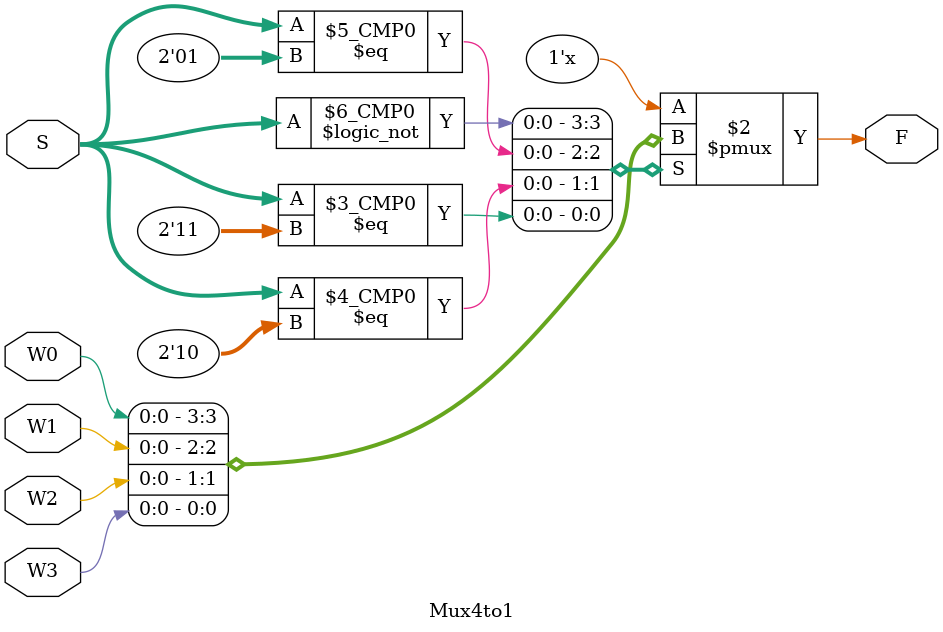
<source format=v>
module Mux4to1(S, W0, W1, W2, W3, F);
	input [1:0] S;
	input  W0, W1, W2, W3;
	output reg F;
	
	always @(*) begin
		case(S)
			2'b00: F = W0;
			2'b01: F = W1;
			2'b10: F = W2;
			2'b11: F = W3;
		endcase
	end
endmodule
</source>
